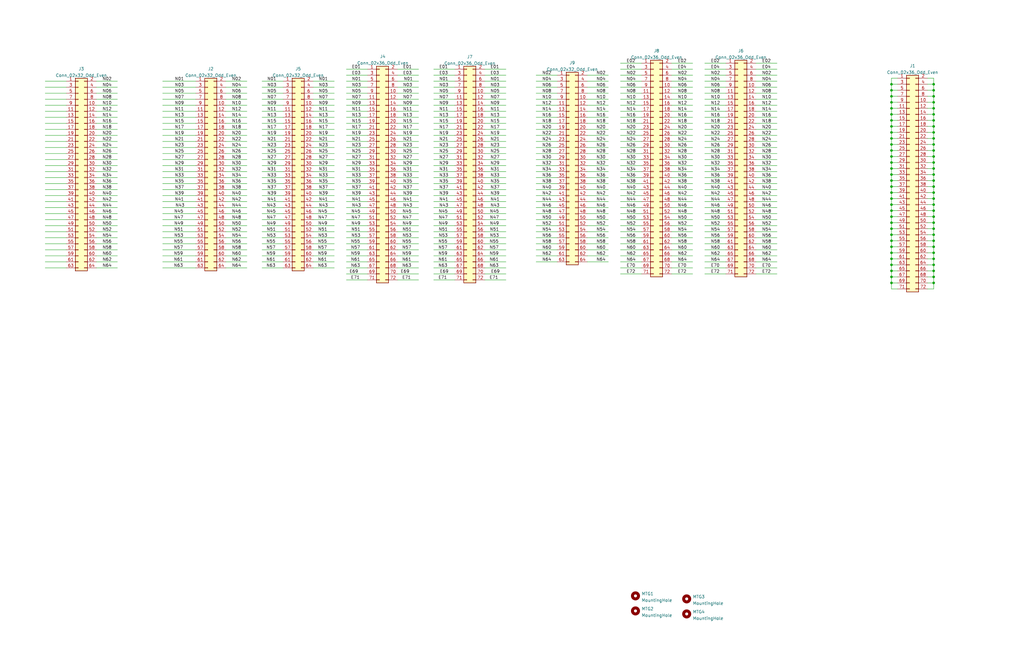
<source format=kicad_sch>
(kicad_sch (version 20211123) (generator eeschema)
  (paper "B")
  (title_block (title "MOD-DIY") (date "2022-10-05") (rev "1"))
  (junction (at 393.7 38.1))
  (junction (at 393.7 96.52))
  (junction (at 375.92 96.52))
  (junction (at 393.7 83.82))
  (junction (at 393.7 48.26))
  (junction (at 375.92 43.18))
  (junction (at 375.92 53.34))
  (junction (at 393.7 50.8))
  (junction (at 375.92 101.6))
  (junction (at 393.7 111.76))
  (junction (at 375.92 81.28))
  (junction (at 375.92 99.06))
  (junction (at 393.7 63.5))
  (junction (at 375.92 86.36))
  (junction (at 375.92 114.3))
  (junction (at 375.92 104.14))
  (junction (at 393.7 99.06))
  (junction (at 393.7 73.66))
  (junction (at 393.7 53.34))
  (junction (at 393.7 88.9))
  (junction (at 375.92 68.58))
  (junction (at 375.92 119.38))
  (junction (at 393.7 66.04))
  (junction (at 393.7 119.38))
  (junction (at 375.92 38.1))
  (junction (at 375.92 109.22))
  (junction (at 375.92 76.2))
  (junction (at 393.7 55.88))
  (junction (at 393.7 60.96))
  (junction (at 375.92 63.5))
  (junction (at 375.92 40.64))
  (junction (at 375.92 106.68))
  (junction (at 393.7 86.36))
  (junction (at 375.92 45.72))
  (junction (at 375.92 66.04))
  (junction (at 375.92 58.42))
  (junction (at 393.7 116.84))
  (junction (at 393.7 81.28))
  (junction (at 393.7 43.18))
  (junction (at 393.7 45.72))
  (junction (at 375.92 50.8))
  (junction (at 375.92 60.96))
  (junction (at 375.92 93.98))
  (junction (at 393.7 109.22))
  (junction (at 375.92 78.74))
  (junction (at 393.7 101.6))
  (junction (at 393.7 93.98))
  (junction (at 393.7 106.68))
  (junction (at 393.7 104.14))
  (junction (at 375.92 55.88))
  (junction (at 375.92 48.26))
  (junction (at 375.92 111.76))
  (junction (at 393.7 58.42))
  (junction (at 375.92 71.12))
  (junction (at 393.7 68.58))
  (junction (at 375.92 35.56))
  (junction (at 375.92 116.84))
  (junction (at 393.7 114.3))
  (junction (at 393.7 71.12))
  (junction (at 393.7 91.44))
  (junction (at 375.92 88.9))
  (junction (at 375.92 83.82))
  (junction (at 375.92 91.44))
  (junction (at 393.7 40.64))
  (junction (at 393.7 76.2))
  (junction (at 393.7 35.56))
  (junction (at 375.92 73.66))
  (junction (at 393.7 78.74))
  (wire (pts (xy 226.06 105.41) (xy 234.95 105.41)))
  (wire (pts (xy 391.16 63.5) (xy 393.7 63.5)))
  (wire (pts (xy 110.49 69.85) (xy 119.38 69.85)))
  (wire (pts (xy 226.06 72.39) (xy 234.95 72.39)))
  (wire (pts (xy 375.92 38.1) (xy 378.46 38.1)))
  (wire (pts (xy 132.08 52.07) (xy 140.97 52.07)))
  (wire (pts (xy 146.05 105.41) (xy 154.94 105.41)))
  (wire (pts (xy 378.46 93.98) (xy 375.92 93.98)))
  (wire (pts (xy 204.47 92.71) (xy 213.36 92.71)))
  (wire (pts (xy 95.25 59.69) (xy 104.14 59.69)))
  (wire (pts (xy 167.64 110.49) (xy 176.53 110.49)))
  (wire (pts (xy 318.77 34.29) (xy 327.66 34.29)))
  (wire (pts (xy 40.64 34.29) (xy 49.53 34.29)))
  (wire (pts (xy 318.77 39.37) (xy 327.66 39.37)))
  (wire (pts (xy 82.55 74.93) (xy 68.58 74.93)))
  (wire (pts (xy 318.77 31.75) (xy 327.66 31.75)))
  (wire (pts (xy 204.47 69.85) (xy 213.36 69.85)))
  (wire (pts (xy 146.05 100.33) (xy 154.94 100.33)))
  (wire (pts (xy 393.7 91.44) (xy 393.7 93.98)))
  (wire (pts (xy 247.65 36.83) (xy 256.54 36.83)))
  (wire (pts (xy 393.7 83.82) (xy 393.7 86.36)))
  (wire (pts (xy 204.47 82.55) (xy 213.36 82.55)))
  (wire (pts (xy 378.46 53.34) (xy 375.92 53.34)))
  (wire (pts (xy 146.05 39.37) (xy 154.94 39.37)))
  (wire (pts (xy 19.05 72.39) (xy 27.94 72.39)))
  (wire (pts (xy 82.55 80.01) (xy 68.58 80.01)))
  (wire (pts (xy 182.88 54.61) (xy 191.77 54.61)))
  (wire (pts (xy 375.92 55.88) (xy 375.92 58.42)))
  (wire (pts (xy 204.47 97.79) (xy 213.36 97.79)))
  (wire (pts (xy 95.25 92.71) (xy 104.14 92.71)))
  (wire (pts (xy 318.77 74.93) (xy 327.66 74.93)))
  (wire (pts (xy 226.06 82.55) (xy 234.95 82.55)))
  (wire (pts (xy 40.64 49.53) (xy 49.53 49.53)))
  (wire (pts (xy 261.62 44.45) (xy 270.51 44.45)))
  (wire (pts (xy 375.92 121.92) (xy 378.46 121.92)))
  (wire (pts (xy 318.77 67.31) (xy 327.66 67.31)))
  (wire (pts (xy 167.64 59.69) (xy 176.53 59.69)))
  (wire (pts (xy 283.21 69.85) (xy 292.1 69.85)))
  (wire (pts (xy 247.65 105.41) (xy 256.54 105.41)))
  (wire (pts (xy 167.64 82.55) (xy 176.53 82.55)))
  (wire (pts (xy 167.64 113.03) (xy 176.53 113.03)))
  (wire (pts (xy 393.7 63.5) (xy 393.7 66.04)))
  (wire (pts (xy 182.88 100.33) (xy 191.77 100.33)))
  (wire (pts (xy 393.7 101.6) (xy 393.7 104.14)))
  (wire (pts (xy 95.25 54.61) (xy 104.14 54.61)))
  (wire (pts (xy 19.05 46.99) (xy 27.94 46.99)))
  (wire (pts (xy 40.64 80.01) (xy 49.53 80.01)))
  (wire (pts (xy 132.08 102.87) (xy 140.97 102.87)))
  (wire (pts (xy 375.92 78.74) (xy 378.46 78.74)))
  (wire (pts (xy 40.64 54.61) (xy 49.53 54.61)))
  (wire (pts (xy 226.06 59.69) (xy 234.95 59.69)))
  (wire (pts (xy 391.16 50.8) (xy 393.7 50.8)))
  (wire (pts (xy 261.62 113.03) (xy 270.51 113.03)))
  (wire (pts (xy 247.65 62.23) (xy 256.54 62.23)))
  (wire (pts (xy 95.25 62.23) (xy 104.14 62.23)))
  (wire (pts (xy 297.18 82.55) (xy 306.07 82.55)))
  (wire (pts (xy 378.46 33.02) (xy 375.92 33.02)))
  (wire (pts (xy 375.92 68.58) (xy 378.46 68.58)))
  (wire (pts (xy 40.64 97.79) (xy 49.53 97.79)))
  (wire (pts (xy 19.05 100.33) (xy 27.94 100.33)))
  (wire (pts (xy 393.7 60.96) (xy 393.7 58.42)))
  (wire (pts (xy 95.25 113.03) (xy 104.14 113.03)))
  (wire (pts (xy 146.05 44.45) (xy 154.94 44.45)))
  (wire (pts (xy 204.47 80.01) (xy 213.36 80.01)))
  (wire (pts (xy 132.08 95.25) (xy 140.97 95.25)))
  (wire (pts (xy 132.08 100.33) (xy 140.97 100.33)))
  (wire (pts (xy 297.18 95.25) (xy 306.07 95.25)))
  (wire (pts (xy 297.18 113.03) (xy 306.07 113.03)))
  (wire (pts (xy 283.21 39.37) (xy 292.1 39.37)))
  (wire (pts (xy 393.7 38.1) (xy 393.7 35.56)))
  (wire (pts (xy 375.92 116.84) (xy 375.92 119.38)))
  (wire (pts (xy 283.21 82.55) (xy 292.1 82.55)))
  (wire (pts (xy 146.05 64.77) (xy 154.94 64.77)))
  (wire (pts (xy 283.21 31.75) (xy 292.1 31.75)))
  (wire (pts (xy 40.64 100.33) (xy 49.53 100.33)))
  (wire (pts (xy 391.16 60.96) (xy 393.7 60.96)))
  (wire (pts (xy 167.64 115.57) (xy 176.53 115.57)))
  (wire (pts (xy 182.88 34.29) (xy 191.77 34.29)))
  (wire (pts (xy 297.18 97.79) (xy 306.07 97.79)))
  (wire (pts (xy 146.05 36.83) (xy 154.94 36.83)))
  (wire (pts (xy 283.21 110.49) (xy 292.1 110.49)))
  (wire (pts (xy 393.7 76.2) (xy 391.16 76.2)))
  (wire (pts (xy 204.47 62.23) (xy 213.36 62.23)))
  (wire (pts (xy 19.05 69.85) (xy 27.94 69.85)))
  (wire (pts (xy 40.64 46.99) (xy 49.53 46.99)))
  (wire (pts (xy 226.06 80.01) (xy 234.95 80.01)))
  (wire (pts (xy 261.62 72.39) (xy 270.51 72.39)))
  (wire (pts (xy 375.92 114.3) (xy 375.92 116.84)))
  (wire (pts (xy 110.49 82.55) (xy 119.38 82.55)))
  (wire (pts (xy 261.62 102.87) (xy 270.51 102.87)))
  (wire (pts (xy 261.62 92.71) (xy 270.51 92.71)))
  (wire (pts (xy 247.65 46.99) (xy 256.54 46.99)))
  (wire (pts (xy 261.62 46.99) (xy 270.51 46.99)))
  (wire (pts (xy 204.47 44.45) (xy 213.36 44.45)))
  (wire (pts (xy 247.65 59.69) (xy 256.54 59.69)))
  (wire (pts (xy 95.25 49.53) (xy 104.14 49.53)))
  (wire (pts (xy 110.49 85.09) (xy 119.38 85.09)))
  (wire (pts (xy 82.55 64.77) (xy 68.58 64.77)))
  (wire (pts (xy 226.06 74.93) (xy 234.95 74.93)))
  (wire (pts (xy 283.21 72.39) (xy 292.1 72.39)))
  (wire (pts (xy 393.7 68.58) (xy 393.7 66.04)))
  (wire (pts (xy 132.08 34.29) (xy 140.97 34.29)))
  (wire (pts (xy 318.77 100.33) (xy 327.66 100.33)))
  (wire (pts (xy 95.25 67.31) (xy 104.14 67.31)))
  (wire (pts (xy 40.64 110.49) (xy 49.53 110.49)))
  (wire (pts (xy 204.47 34.29) (xy 213.36 34.29)))
  (wire (pts (xy 393.7 78.74) (xy 393.7 76.2)))
  (wire (pts (xy 82.55 44.45) (xy 68.58 44.45)))
  (wire (pts (xy 110.49 49.53) (xy 119.38 49.53)))
  (wire (pts (xy 182.88 62.23) (xy 191.77 62.23)))
  (wire (pts (xy 110.49 77.47) (xy 119.38 77.47)))
  (wire (pts (xy 182.88 31.75) (xy 191.77 31.75)))
  (wire (pts (xy 82.55 59.69) (xy 68.58 59.69)))
  (wire (pts (xy 247.65 39.37) (xy 256.54 39.37)))
  (wire (pts (xy 110.49 54.61) (xy 119.38 54.61)))
  (wire (pts (xy 375.92 71.12) (xy 375.92 73.66)))
  (wire (pts (xy 132.08 59.69) (xy 140.97 59.69)))
  (wire (pts (xy 375.92 109.22) (xy 378.46 109.22)))
  (wire (pts (xy 182.88 41.91) (xy 191.77 41.91)))
  (wire (pts (xy 40.64 82.55) (xy 49.53 82.55)))
  (wire (pts (xy 82.55 110.49) (xy 68.58 110.49)))
  (wire (pts (xy 167.64 52.07) (xy 176.53 52.07)))
  (wire (pts (xy 261.62 67.31) (xy 270.51 67.31)))
  (wire (pts (xy 247.65 74.93) (xy 256.54 74.93)))
  (wire (pts (xy 167.64 36.83) (xy 176.53 36.83)))
  (wire (pts (xy 19.05 34.29) (xy 27.94 34.29)))
  (wire (pts (xy 110.49 46.99) (xy 119.38 46.99)))
  (wire (pts (xy 297.18 34.29) (xy 306.07 34.29)))
  (wire (pts (xy 82.55 82.55) (xy 68.58 82.55)))
  (wire (pts (xy 391.16 71.12) (xy 393.7 71.12)))
  (wire (pts (xy 226.06 41.91) (xy 234.95 41.91)))
  (wire (pts (xy 247.65 82.55) (xy 256.54 82.55)))
  (wire (pts (xy 182.88 105.41) (xy 191.77 105.41)))
  (wire (pts (xy 261.62 97.79) (xy 270.51 97.79)))
  (wire (pts (xy 82.55 69.85) (xy 68.58 69.85)))
  (wire (pts (xy 247.65 52.07) (xy 256.54 52.07)))
  (wire (pts (xy 204.47 31.75) (xy 213.36 31.75)))
  (wire (pts (xy 40.64 57.15) (xy 49.53 57.15)))
  (wire (pts (xy 375.92 86.36) (xy 375.92 88.9)))
  (wire (pts (xy 146.05 49.53) (xy 154.94 49.53)))
  (wire (pts (xy 204.47 49.53) (xy 213.36 49.53)))
  (wire (pts (xy 226.06 34.29) (xy 234.95 34.29)))
  (wire (pts (xy 40.64 90.17) (xy 49.53 90.17)))
  (wire (pts (xy 393.7 60.96) (xy 393.7 63.5)))
  (wire (pts (xy 393.7 99.06) (xy 393.7 96.52)))
  (wire (pts (xy 110.49 67.31) (xy 119.38 67.31)))
  (wire (pts (xy 167.64 85.09) (xy 176.53 85.09)))
  (wire (pts (xy 261.62 31.75) (xy 270.51 31.75)))
  (wire (pts (xy 167.64 49.53) (xy 176.53 49.53)))
  (wire (pts (xy 318.77 36.83) (xy 327.66 36.83)))
  (wire (pts (xy 182.88 113.03) (xy 191.77 113.03)))
  (wire (pts (xy 132.08 92.71) (xy 140.97 92.71)))
  (wire (pts (xy 204.47 41.91) (xy 213.36 41.91)))
  (wire (pts (xy 391.16 99.06) (xy 393.7 99.06)))
  (wire (pts (xy 247.65 80.01) (xy 256.54 80.01)))
  (wire (pts (xy 261.62 107.95) (xy 270.51 107.95)))
  (wire (pts (xy 393.7 106.68) (xy 391.16 106.68)))
  (wire (pts (xy 393.7 55.88) (xy 391.16 55.88)))
  (wire (pts (xy 283.21 90.17) (xy 292.1 90.17)))
  (wire (pts (xy 146.05 92.71) (xy 154.94 92.71)))
  (wire (pts (xy 283.21 57.15) (xy 292.1 57.15)))
  (wire (pts (xy 393.7 111.76) (xy 393.7 109.22)))
  (wire (pts (xy 375.92 43.18) (xy 375.92 45.72)))
  (wire (pts (xy 132.08 46.99) (xy 140.97 46.99)))
  (wire (pts (xy 247.65 100.33) (xy 256.54 100.33)))
  (wire (pts (xy 146.05 97.79) (xy 154.94 97.79)))
  (wire (pts (xy 167.64 107.95) (xy 176.53 107.95)))
  (wire (pts (xy 226.06 85.09) (xy 234.95 85.09)))
  (wire (pts (xy 226.06 36.83) (xy 234.95 36.83)))
  (wire (pts (xy 261.62 26.67) (xy 270.51 26.67)))
  (wire (pts (xy 110.49 90.17) (xy 119.38 90.17)))
  (wire (pts (xy 283.21 59.69) (xy 292.1 59.69)))
  (wire (pts (xy 297.18 36.83) (xy 306.07 36.83)))
  (wire (pts (xy 82.55 49.53) (xy 68.58 49.53)))
  (wire (pts (xy 19.05 44.45) (xy 27.94 44.45)))
  (wire (pts (xy 318.77 54.61) (xy 327.66 54.61)))
  (wire (pts (xy 393.7 81.28) (xy 393.7 78.74)))
  (wire (pts (xy 318.77 80.01) (xy 327.66 80.01)))
  (wire (pts (xy 204.47 36.83) (xy 213.36 36.83)))
  (wire (pts (xy 82.55 36.83) (xy 68.58 36.83)))
  (wire (pts (xy 182.88 110.49) (xy 191.77 110.49)))
  (wire (pts (xy 297.18 59.69) (xy 306.07 59.69)))
  (wire (pts (xy 82.55 97.79) (xy 68.58 97.79)))
  (wire (pts (xy 167.64 87.63) (xy 176.53 87.63)))
  (wire (pts (xy 167.64 44.45) (xy 176.53 44.45)))
  (wire (pts (xy 204.47 113.03) (xy 213.36 113.03)))
  (wire (pts (xy 375.92 53.34) (xy 375.92 55.88)))
  (wire (pts (xy 297.18 85.09) (xy 306.07 85.09)))
  (wire (pts (xy 40.64 113.03) (xy 49.53 113.03)))
  (wire (pts (xy 19.05 49.53) (xy 27.94 49.53)))
  (wire (pts (xy 110.49 80.01) (xy 119.38 80.01)))
  (wire (pts (xy 146.05 57.15) (xy 154.94 57.15)))
  (wire (pts (xy 40.64 87.63) (xy 49.53 87.63)))
  (wire (pts (xy 318.77 105.41) (xy 327.66 105.41)))
  (wire (pts (xy 247.65 34.29) (xy 256.54 34.29)))
  (wire (pts (xy 226.06 87.63) (xy 234.95 87.63)))
  (wire (pts (xy 19.05 54.61) (xy 27.94 54.61)))
  (wire (pts (xy 146.05 62.23) (xy 154.94 62.23)))
  (wire (pts (xy 95.25 72.39) (xy 104.14 72.39)))
  (wire (pts (xy 318.77 46.99) (xy 327.66 46.99)))
  (wire (pts (xy 375.92 76.2) (xy 378.46 76.2)))
  (wire (pts (xy 182.88 44.45) (xy 191.77 44.45)))
  (wire (pts (xy 318.77 115.57) (xy 327.66 115.57)))
  (wire (pts (xy 146.05 72.39) (xy 154.94 72.39)))
  (wire (pts (xy 318.77 110.49) (xy 327.66 110.49)))
  (wire (pts (xy 182.88 97.79) (xy 191.77 97.79)))
  (wire (pts (xy 40.64 102.87) (xy 49.53 102.87)))
  (wire (pts (xy 19.05 57.15) (xy 27.94 57.15)))
  (wire (pts (xy 182.88 85.09) (xy 191.77 85.09)))
  (wire (pts (xy 146.05 69.85) (xy 154.94 69.85)))
  (wire (pts (xy 391.16 119.38) (xy 393.7 119.38)))
  (wire (pts (xy 167.64 67.31) (xy 176.53 67.31)))
  (wire (pts (xy 204.47 85.09) (xy 213.36 85.09)))
  (wire (pts (xy 391.16 121.92) (xy 393.7 121.92)))
  (wire (pts (xy 182.88 115.57) (xy 191.77 115.57)))
  (wire (pts (xy 146.05 95.25) (xy 154.94 95.25)))
  (wire (pts (xy 132.08 41.91) (xy 140.97 41.91)))
  (wire (pts (xy 375.92 101.6) (xy 378.46 101.6)))
  (wire (pts (xy 19.05 74.93) (xy 27.94 74.93)))
  (wire (pts (xy 95.25 77.47) (xy 104.14 77.47)))
  (wire (pts (xy 247.65 57.15) (xy 256.54 57.15)))
  (wire (pts (xy 19.05 113.03) (xy 27.94 113.03)))
  (wire (pts (xy 375.92 38.1) (xy 375.92 40.64)))
  (wire (pts (xy 95.25 57.15) (xy 104.14 57.15)))
  (wire (pts (xy 375.92 66.04) (xy 375.92 68.58)))
  (wire (pts (xy 167.64 74.93) (xy 176.53 74.93)))
  (wire (pts (xy 110.49 57.15) (xy 119.38 57.15)))
  (wire (pts (xy 182.88 39.37) (xy 191.77 39.37)))
  (wire (pts (xy 261.62 95.25) (xy 270.51 95.25)))
  (wire (pts (xy 391.16 93.98) (xy 393.7 93.98)))
  (wire (pts (xy 375.92 81.28) (xy 375.92 83.82)))
  (wire (pts (xy 19.05 77.47) (xy 27.94 77.47)))
  (wire (pts (xy 318.77 49.53) (xy 327.66 49.53)))
  (wire (pts (xy 132.08 64.77) (xy 140.97 64.77)))
  (wire (pts (xy 318.77 97.79) (xy 327.66 97.79)))
  (wire (pts (xy 182.88 57.15) (xy 191.77 57.15)))
  (wire (pts (xy 283.21 95.25) (xy 292.1 95.25)))
  (wire (pts (xy 391.16 73.66) (xy 393.7 73.66)))
  (wire (pts (xy 40.64 85.09) (xy 49.53 85.09)))
  (wire (pts (xy 182.88 80.01) (xy 191.77 80.01)))
  (wire (pts (xy 132.08 72.39) (xy 140.97 72.39)))
  (wire (pts (xy 40.64 67.31) (xy 49.53 67.31)))
  (wire (pts (xy 261.62 34.29) (xy 270.51 34.29)))
  (wire (pts (xy 283.21 97.79) (xy 292.1 97.79)))
  (wire (pts (xy 318.77 77.47) (xy 327.66 77.47)))
  (wire (pts (xy 132.08 80.01) (xy 140.97 80.01)))
  (wire (pts (xy 204.47 46.99) (xy 213.36 46.99)))
  (wire (pts (xy 283.21 105.41) (xy 292.1 105.41)))
  (wire (pts (xy 110.49 110.49) (xy 119.38 110.49)))
  (wire (pts (xy 283.21 67.31) (xy 292.1 67.31)))
  (wire (pts (xy 297.18 115.57) (xy 306.07 115.57)))
  (wire (pts (xy 146.05 46.99) (xy 154.94 46.99)))
  (wire (pts (xy 375.92 96.52) (xy 378.46 96.52)))
  (wire (pts (xy 391.16 78.74) (xy 393.7 78.74)))
  (wire (pts (xy 391.16 53.34) (xy 393.7 53.34)))
  (wire (pts (xy 283.21 41.91) (xy 292.1 41.91)))
  (wire (pts (xy 95.25 107.95) (xy 104.14 107.95)))
  (wire (pts (xy 318.77 44.45) (xy 327.66 44.45)))
  (wire (pts (xy 393.7 93.98) (xy 393.7 96.52)))
  (wire (pts (xy 393.7 119.38) (xy 393.7 116.84)))
  (wire (pts (xy 375.92 60.96) (xy 375.92 63.5)))
  (wire (pts (xy 19.05 107.95) (xy 27.94 107.95)))
  (wire (pts (xy 318.77 102.87) (xy 327.66 102.87)))
  (wire (pts (xy 318.77 64.77) (xy 327.66 64.77)))
  (wire (pts (xy 226.06 97.79) (xy 234.95 97.79)))
  (wire (pts (xy 40.64 107.95) (xy 49.53 107.95)))
  (wire (pts (xy 261.62 100.33) (xy 270.51 100.33)))
  (wire (pts (xy 82.55 72.39) (xy 68.58 72.39)))
  (wire (pts (xy 261.62 110.49) (xy 270.51 110.49)))
  (wire (pts (xy 247.65 67.31) (xy 256.54 67.31)))
  (wire (pts (xy 19.05 80.01) (xy 27.94 80.01)))
  (wire (pts (xy 167.64 46.99) (xy 176.53 46.99)))
  (wire (pts (xy 297.18 57.15) (xy 306.07 57.15)))
  (wire (pts (xy 393.7 91.44) (xy 393.7 88.9)))
  (wire (pts (xy 167.64 69.85) (xy 176.53 69.85)))
  (wire (pts (xy 19.05 41.91) (xy 27.94 41.91)))
  (wire (pts (xy 167.64 77.47) (xy 176.53 77.47)))
  (wire (pts (xy 19.05 85.09) (xy 27.94 85.09)))
  (wire (pts (xy 318.77 95.25) (xy 327.66 95.25)))
  (wire (pts (xy 297.18 72.39) (xy 306.07 72.39)))
  (wire (pts (xy 247.65 72.39) (xy 256.54 72.39)))
  (wire (pts (xy 247.65 54.61) (xy 256.54 54.61)))
  (wire (pts (xy 283.21 46.99) (xy 292.1 46.99)))
  (wire (pts (xy 226.06 39.37) (xy 234.95 39.37)))
  (wire (pts (xy 167.64 29.21) (xy 176.53 29.21)))
  (wire (pts (xy 19.05 105.41) (xy 27.94 105.41)))
  (wire (pts (xy 391.16 38.1) (xy 393.7 38.1)))
  (wire (pts (xy 393.7 101.6) (xy 393.7 99.06)))
  (wire (pts (xy 391.16 111.76) (xy 393.7 111.76)))
  (wire (pts (xy 182.88 102.87) (xy 191.77 102.87)))
  (wire (pts (xy 204.47 110.49) (xy 213.36 110.49)))
  (wire (pts (xy 226.06 107.95) (xy 234.95 107.95)))
  (wire (pts (xy 226.06 95.25) (xy 234.95 95.25)))
  (wire (pts (xy 375.92 101.6) (xy 375.92 104.14)))
  (wire (pts (xy 375.92 35.56) (xy 375.92 38.1)))
  (wire (pts (xy 226.06 44.45) (xy 234.95 44.45)))
  (wire (pts (xy 204.47 67.31) (xy 213.36 67.31)))
  (wire (pts (xy 146.05 118.11) (xy 154.94 118.11)))
  (wire (pts (xy 110.49 36.83) (xy 119.38 36.83)))
  (wire (pts (xy 318.77 87.63) (xy 327.66 87.63)))
  (wire (pts (xy 204.47 100.33) (xy 213.36 100.33)))
  (wire (pts (xy 82.55 34.29) (xy 68.58 34.29)))
  (wire (pts (xy 247.65 110.49) (xy 256.54 110.49)))
  (wire (pts (xy 226.06 100.33) (xy 234.95 100.33)))
  (wire (pts (xy 297.18 44.45) (xy 306.07 44.45)))
  (wire (pts (xy 393.7 33.02) (xy 393.7 35.56)))
  (wire (pts (xy 375.92 45.72) (xy 378.46 45.72)))
  (wire (pts (xy 95.25 39.37) (xy 104.14 39.37)))
  (wire (pts (xy 146.05 59.69) (xy 154.94 59.69)))
  (wire (pts (xy 110.49 87.63) (xy 119.38 87.63)))
  (wire (pts (xy 146.05 110.49) (xy 154.94 110.49)))
  (wire (pts (xy 378.46 83.82) (xy 375.92 83.82)))
  (wire (pts (xy 146.05 115.57) (xy 154.94 115.57)))
  (wire (pts (xy 283.21 29.21) (xy 292.1 29.21)))
  (wire (pts (xy 82.55 85.09) (xy 68.58 85.09)))
  (wire (pts (xy 226.06 92.71) (xy 234.95 92.71)))
  (wire (pts (xy 82.55 92.71) (xy 68.58 92.71)))
  (wire (pts (xy 95.25 34.29) (xy 104.14 34.29)))
  (wire (pts (xy 391.16 114.3) (xy 393.7 114.3)))
  (wire (pts (xy 393.7 111.76) (xy 393.7 114.3)))
  (wire (pts (xy 261.62 87.63) (xy 270.51 87.63)))
  (wire (pts (xy 393.7 114.3) (xy 393.7 116.84)))
  (wire (pts (xy 375.92 99.06) (xy 378.46 99.06)))
  (wire (pts (xy 110.49 113.03) (xy 119.38 113.03)))
  (wire (pts (xy 95.25 82.55) (xy 104.14 82.55)))
  (wire (pts (xy 261.62 85.09) (xy 270.51 85.09)))
  (wire (pts (xy 204.47 118.11) (xy 213.36 118.11)))
  (wire (pts (xy 146.05 113.03) (xy 154.94 113.03)))
  (wire (pts (xy 19.05 64.77) (xy 27.94 64.77)))
  (wire (pts (xy 167.64 90.17) (xy 176.53 90.17)))
  (wire (pts (xy 19.05 59.69) (xy 27.94 59.69)))
  (wire (pts (xy 318.77 90.17) (xy 327.66 90.17)))
  (wire (pts (xy 204.47 59.69) (xy 213.36 59.69)))
  (wire (pts (xy 375.92 93.98) (xy 375.92 96.52)))
  (wire (pts (xy 95.25 41.91) (xy 104.14 41.91)))
  (wire (pts (xy 375.92 63.5) (xy 375.92 66.04)))
  (wire (pts (xy 283.21 26.67) (xy 292.1 26.67)))
  (wire (pts (xy 247.65 87.63) (xy 256.54 87.63)))
  (wire (pts (xy 110.49 74.93) (xy 119.38 74.93)))
  (wire (pts (xy 82.55 90.17) (xy 68.58 90.17)))
  (wire (pts (xy 375.92 81.28) (xy 378.46 81.28)))
  (wire (pts (xy 283.21 92.71) (xy 292.1 92.71)))
  (wire (pts (xy 182.88 72.39) (xy 191.77 72.39)))
  (wire (pts (xy 261.62 41.91) (xy 270.51 41.91)))
  (wire (pts (xy 82.55 67.31) (xy 68.58 67.31)))
  (wire (pts (xy 40.64 95.25) (xy 49.53 95.25)))
  (wire (pts (xy 261.62 64.77) (xy 270.51 64.77)))
  (wire (pts (xy 318.77 82.55) (xy 327.66 82.55)))
  (wire (pts (xy 318.77 57.15) (xy 327.66 57.15)))
  (wire (pts (xy 226.06 52.07) (xy 234.95 52.07)))
  (wire (pts (xy 110.49 105.41) (xy 119.38 105.41)))
  (wire (pts (xy 375.92 68.58) (xy 375.92 71.12)))
  (wire (pts (xy 110.49 95.25) (xy 119.38 95.25)))
  (wire (pts (xy 261.62 49.53) (xy 270.51 49.53)))
  (wire (pts (xy 132.08 74.93) (xy 140.97 74.93)))
  (wire (pts (xy 167.64 72.39) (xy 176.53 72.39)))
  (wire (pts (xy 110.49 107.95) (xy 119.38 107.95)))
  (wire (pts (xy 393.7 88.9) (xy 393.7 86.36)))
  (wire (pts (xy 110.49 72.39) (xy 119.38 72.39)))
  (wire (pts (xy 375.92 33.02) (xy 375.92 35.56)))
  (wire (pts (xy 40.64 59.69) (xy 49.53 59.69)))
  (wire (pts (xy 95.25 46.99) (xy 104.14 46.99)))
  (wire (pts (xy 391.16 81.28) (xy 393.7 81.28)))
  (wire (pts (xy 375.92 48.26) (xy 378.46 48.26)))
  (wire (pts (xy 297.18 26.67) (xy 306.07 26.67)))
  (wire (pts (xy 19.05 62.23) (xy 27.94 62.23)))
  (wire (pts (xy 110.49 41.91) (xy 119.38 41.91)))
  (wire (pts (xy 167.64 100.33) (xy 176.53 100.33)))
  (wire (pts (xy 132.08 62.23) (xy 140.97 62.23)))
  (wire (pts (xy 283.21 36.83) (xy 292.1 36.83)))
  (wire (pts (xy 182.88 67.31) (xy 191.77 67.31)))
  (wire (pts (xy 375.92 106.68) (xy 375.92 109.22)))
  (wire (pts (xy 261.62 69.85) (xy 270.51 69.85)))
  (wire (pts (xy 146.05 31.75) (xy 154.94 31.75)))
  (wire (pts (xy 204.47 64.77) (xy 213.36 64.77)))
  (wire (pts (xy 297.18 100.33) (xy 306.07 100.33)))
  (wire (pts (xy 261.62 77.47) (xy 270.51 77.47)))
  (wire (pts (xy 40.64 44.45) (xy 49.53 44.45)))
  (wire (pts (xy 393.7 50.8) (xy 393.7 53.34)))
  (wire (pts (xy 375.92 40.64) (xy 378.46 40.64)))
  (wire (pts (xy 391.16 109.22) (xy 393.7 109.22)))
  (wire (pts (xy 146.05 54.61) (xy 154.94 54.61)))
  (wire (pts (xy 318.77 41.91) (xy 327.66 41.91)))
  (wire (pts (xy 261.62 29.21) (xy 270.51 29.21)))
  (wire (pts (xy 297.18 39.37) (xy 306.07 39.37)))
  (wire (pts (xy 132.08 57.15) (xy 140.97 57.15)))
  (wire (pts (xy 318.77 107.95) (xy 327.66 107.95)))
  (wire (pts (xy 110.49 44.45) (xy 119.38 44.45)))
  (wire (pts (xy 297.18 41.91) (xy 306.07 41.91)))
  (wire (pts (xy 375.92 104.14) (xy 375.92 106.68)))
  (wire (pts (xy 95.25 102.87) (xy 104.14 102.87)))
  (wire (pts (xy 167.64 41.91) (xy 176.53 41.91)))
  (wire (pts (xy 82.55 46.99) (xy 68.58 46.99)))
  (wire (pts (xy 247.65 90.17) (xy 256.54 90.17)))
  (wire (pts (xy 182.88 69.85) (xy 191.77 69.85)))
  (wire (pts (xy 375.92 99.06) (xy 375.92 101.6)))
  (wire (pts (xy 378.46 73.66) (xy 375.92 73.66)))
  (wire (pts (xy 82.55 41.91) (xy 68.58 41.91)))
  (wire (pts (xy 146.05 29.21) (xy 154.94 29.21)))
  (wire (pts (xy 375.92 109.22) (xy 375.92 111.76)))
  (wire (pts (xy 182.88 82.55) (xy 191.77 82.55)))
  (wire (pts (xy 204.47 95.25) (xy 213.36 95.25)))
  (wire (pts (xy 110.49 100.33) (xy 119.38 100.33)))
  (wire (pts (xy 19.05 36.83) (xy 27.94 36.83)))
  (wire (pts (xy 182.88 49.53) (xy 191.77 49.53)))
  (wire (pts (xy 226.06 31.75) (xy 234.95 31.75)))
  (wire (pts (xy 95.25 85.09) (xy 104.14 85.09)))
  (wire (pts (xy 95.25 95.25) (xy 104.14 95.25)))
  (wire (pts (xy 283.21 44.45) (xy 292.1 44.45)))
  (wire (pts (xy 226.06 77.47) (xy 234.95 77.47)))
  (wire (pts (xy 297.18 80.01) (xy 306.07 80.01)))
  (wire (pts (xy 110.49 39.37) (xy 119.38 39.37)))
  (wire (pts (xy 297.18 74.93) (xy 306.07 74.93)))
  (wire (pts (xy 82.55 87.63) (xy 68.58 87.63)))
  (wire (pts (xy 95.25 100.33) (xy 104.14 100.33)))
  (wire (pts (xy 182.88 59.69) (xy 191.77 59.69)))
  (wire (pts (xy 95.25 36.83) (xy 104.14 36.83)))
  (wire (pts (xy 375.92 119.38) (xy 375.92 121.92)))
  (wire (pts (xy 204.47 52.07) (xy 213.36 52.07)))
  (wire (pts (xy 283.21 77.47) (xy 292.1 77.47)))
  (wire (pts (xy 167.64 64.77) (xy 176.53 64.77)))
  (wire (pts (xy 110.49 34.29) (xy 119.38 34.29)))
  (wire (pts (xy 95.25 110.49) (xy 104.14 110.49)))
  (wire (pts (xy 167.64 102.87) (xy 176.53 102.87)))
  (wire (pts (xy 391.16 43.18) (xy 393.7 43.18)))
  (wire (pts (xy 375.92 88.9) (xy 378.46 88.9)))
  (wire (pts (xy 132.08 87.63) (xy 140.97 87.63)))
  (wire (pts (xy 167.64 95.25) (xy 176.53 95.25)))
  (wire (pts (xy 261.62 115.57) (xy 270.51 115.57)))
  (wire (pts (xy 182.88 52.07) (xy 191.77 52.07)))
  (wire (pts (xy 378.46 63.5) (xy 375.92 63.5)))
  (wire (pts (xy 204.47 87.63) (xy 213.36 87.63)))
  (wire (pts (xy 283.21 100.33) (xy 292.1 100.33)))
  (wire (pts (xy 40.64 77.47) (xy 49.53 77.47)))
  (wire (pts (xy 167.64 118.11) (xy 176.53 118.11)))
  (wire (pts (xy 297.18 54.61) (xy 306.07 54.61)))
  (wire (pts (xy 167.64 62.23) (xy 176.53 62.23)))
  (wire (pts (xy 283.21 107.95) (xy 292.1 107.95)))
  (wire (pts (xy 204.47 39.37) (xy 213.36 39.37)))
  (wire (pts (xy 226.06 46.99) (xy 234.95 46.99)))
  (wire (pts (xy 297.18 52.07) (xy 306.07 52.07)))
  (wire (pts (xy 283.21 74.93) (xy 292.1 74.93)))
  (wire (pts (xy 375.92 119.38) (xy 378.46 119.38)))
  (wire (pts (xy 226.06 90.17) (xy 234.95 90.17)))
  (wire (pts (xy 110.49 102.87) (xy 119.38 102.87)))
  (wire (pts (xy 393.7 116.84) (xy 391.16 116.84)))
  (wire (pts (xy 375.92 111.76) (xy 378.46 111.76)))
  (wire (pts (xy 82.55 107.95) (xy 68.58 107.95)))
  (wire (pts (xy 297.18 69.85) (xy 306.07 69.85)))
  (wire (pts (xy 204.47 115.57) (xy 213.36 115.57)))
  (wire (pts (xy 247.65 69.85) (xy 256.54 69.85)))
  (wire (pts (xy 375.92 86.36) (xy 378.46 86.36)))
  (wire (pts (xy 261.62 52.07) (xy 270.51 52.07)))
  (wire (pts (xy 393.7 53.34) (xy 393.7 55.88)))
  (wire (pts (xy 283.21 54.61) (xy 292.1 54.61)))
  (wire (pts (xy 375.92 88.9) (xy 375.92 91.44)))
  (wire (pts (xy 40.64 52.07) (xy 49.53 52.07)))
  (wire (pts (xy 375.92 106.68) (xy 378.46 106.68)))
  (wire (pts (xy 297.18 87.63) (xy 306.07 87.63)))
  (wire (pts (xy 40.64 39.37) (xy 49.53 39.37)))
  (wire (pts (xy 132.08 90.17) (xy 140.97 90.17)))
  (wire (pts (xy 19.05 102.87) (xy 27.94 102.87)))
  (wire (pts (xy 82.55 54.61) (xy 68.58 54.61)))
  (wire (pts (xy 391.16 33.02) (xy 393.7 33.02)))
  (wire (pts (xy 375.92 66.04) (xy 378.46 66.04)))
  (wire (pts (xy 318.77 62.23) (xy 327.66 62.23)))
  (wire (pts (xy 283.21 52.07) (xy 292.1 52.07)))
  (wire (pts (xy 391.16 91.44) (xy 393.7 91.44)))
  (wire (pts (xy 182.88 46.99) (xy 191.77 46.99)))
  (wire (pts (xy 182.88 29.21) (xy 191.77 29.21)))
  (wire (pts (xy 391.16 68.58) (xy 393.7 68.58)))
  (wire (pts (xy 132.08 85.09) (xy 140.97 85.09)))
  (wire (pts (xy 132.08 105.41) (xy 140.97 105.41)))
  (wire (pts (xy 40.64 41.91) (xy 49.53 41.91)))
  (wire (pts (xy 393.7 35.56) (xy 391.16 35.56)))
  (wire (pts (xy 297.18 64.77) (xy 306.07 64.77)))
  (wire (pts (xy 375.92 111.76) (xy 375.92 114.3)))
  (wire (pts (xy 95.25 87.63) (xy 104.14 87.63)))
  (wire (pts (xy 132.08 49.53) (xy 140.97 49.53)))
  (wire (pts (xy 261.62 57.15) (xy 270.51 57.15)))
  (wire (pts (xy 182.88 64.77) (xy 191.77 64.77)))
  (wire (pts (xy 146.05 41.91) (xy 154.94 41.91)))
  (wire (pts (xy 19.05 82.55) (xy 27.94 82.55)))
  (wire (pts (xy 226.06 69.85) (xy 234.95 69.85)))
  (wire (pts (xy 19.05 92.71) (xy 27.94 92.71)))
  (wire (pts (xy 247.65 77.47) (xy 256.54 77.47)))
  (wire (pts (xy 297.18 49.53) (xy 306.07 49.53)))
  (wire (pts (xy 226.06 57.15) (xy 234.95 57.15)))
  (wire (pts (xy 375.92 76.2) (xy 375.92 78.74)))
  (wire (pts (xy 95.25 74.93) (xy 104.14 74.93)))
  (wire (pts (xy 297.18 90.17) (xy 306.07 90.17)))
  (wire (pts (xy 146.05 77.47) (xy 154.94 77.47)))
  (wire (pts (xy 393.7 96.52) (xy 391.16 96.52)))
  (wire (pts (xy 110.49 52.07) (xy 119.38 52.07)))
  (wire (pts (xy 110.49 97.79) (xy 119.38 97.79)))
  (wire (pts (xy 146.05 52.07) (xy 154.94 52.07)))
  (wire (pts (xy 297.18 110.49) (xy 306.07 110.49)))
  (wire (pts (xy 283.21 62.23) (xy 292.1 62.23)))
  (wire (pts (xy 146.05 34.29) (xy 154.94 34.29)))
  (wire (pts (xy 95.25 44.45) (xy 104.14 44.45)))
  (wire (pts (xy 297.18 29.21) (xy 306.07 29.21)))
  (wire (pts (xy 375.92 73.66) (xy 375.92 76.2)))
  (wire (pts (xy 375.92 50.8) (xy 378.46 50.8)))
  (wire (pts (xy 19.05 52.07) (xy 27.94 52.07)))
  (wire (pts (xy 391.16 40.64) (xy 393.7 40.64)))
  (wire (pts (xy 40.64 62.23) (xy 49.53 62.23)))
  (wire (pts (xy 182.88 118.11) (xy 191.77 118.11)))
  (wire (pts (xy 167.64 34.29) (xy 176.53 34.29)))
  (wire (pts (xy 146.05 102.87) (xy 154.94 102.87)))
  (wire (pts (xy 393.7 121.92) (xy 393.7 119.38)))
  (wire (pts (xy 167.64 97.79) (xy 176.53 97.79)))
  (wire (pts (xy 182.88 95.25) (xy 191.77 95.25)))
  (wire (pts (xy 82.55 105.41) (xy 68.58 105.41)))
  (wire (pts (xy 146.05 90.17) (xy 154.94 90.17)))
  (wire (pts (xy 204.47 57.15) (xy 213.36 57.15)))
  (wire (pts (xy 146.05 82.55) (xy 154.94 82.55)))
  (wire (pts (xy 146.05 107.95) (xy 154.94 107.95)))
  (wire (pts (xy 146.05 74.93) (xy 154.94 74.93)))
  (wire (pts (xy 393.7 86.36) (xy 391.16 86.36)))
  (wire (pts (xy 391.16 58.42) (xy 393.7 58.42)))
  (wire (pts (xy 182.88 36.83) (xy 191.77 36.83)))
  (wire (pts (xy 146.05 80.01) (xy 154.94 80.01)))
  (wire (pts (xy 261.62 82.55) (xy 270.51 82.55)))
  (wire (pts (xy 204.47 107.95) (xy 213.36 107.95)))
  (wire (pts (xy 182.88 74.93) (xy 191.77 74.93)))
  (wire (pts (xy 393.7 73.66) (xy 393.7 76.2)))
  (wire (pts (xy 318.77 52.07) (xy 327.66 52.07)))
  (wire (pts (xy 204.47 74.93) (xy 213.36 74.93)))
  (wire (pts (xy 297.18 77.47) (xy 306.07 77.47)))
  (wire (pts (xy 95.25 97.79) (xy 104.14 97.79)))
  (wire (pts (xy 375.92 55.88) (xy 378.46 55.88)))
  (wire (pts (xy 167.64 39.37) (xy 176.53 39.37)))
  (wire (pts (xy 132.08 107.95) (xy 140.97 107.95)))
  (wire (pts (xy 226.06 54.61) (xy 234.95 54.61)))
  (wire (pts (xy 283.21 80.01) (xy 292.1 80.01)))
  (wire (pts (xy 167.64 105.41) (xy 176.53 105.41)))
  (wire (pts (xy 19.05 87.63) (xy 27.94 87.63)))
  (wire (pts (xy 391.16 88.9) (xy 393.7 88.9)))
  (wire (pts (xy 95.25 90.17) (xy 104.14 90.17)))
  (wire (pts (xy 226.06 67.31) (xy 234.95 67.31)))
  (wire (pts (xy 297.18 107.95) (xy 306.07 107.95)))
  (wire (pts (xy 146.05 85.09) (xy 154.94 85.09)))
  (wire (pts (xy 393.7 71.12) (xy 393.7 68.58)))
  (wire (pts (xy 283.21 102.87) (xy 292.1 102.87)))
  (wire (pts (xy 393.7 48.26) (xy 393.7 45.72)))
  (wire (pts (xy 393.7 40.64) (xy 393.7 38.1)))
  (wire (pts (xy 19.05 39.37) (xy 27.94 39.37)))
  (wire (pts (xy 40.64 64.77) (xy 49.53 64.77)))
  (wire (pts (xy 19.05 97.79) (xy 27.94 97.79)))
  (wire (pts (xy 95.25 64.77) (xy 104.14 64.77)))
  (wire (pts (xy 283.21 87.63) (xy 292.1 87.63)))
  (wire (pts (xy 82.55 95.25) (xy 68.58 95.25)))
  (wire (pts (xy 393.7 58.42) (xy 393.7 55.88)))
  (wire (pts (xy 110.49 62.23) (xy 119.38 62.23)))
  (wire (pts (xy 318.77 85.09) (xy 327.66 85.09)))
  (wire (pts (xy 167.64 54.61) (xy 176.53 54.61)))
  (wire (pts (xy 146.05 87.63) (xy 154.94 87.63)))
  (wire (pts (xy 40.64 36.83) (xy 49.53 36.83)))
  (wire (pts (xy 375.92 48.26) (xy 375.92 50.8)))
  (wire (pts (xy 82.55 52.07) (xy 68.58 52.07)))
  (wire (pts (xy 297.18 31.75) (xy 306.07 31.75)))
  (wire (pts (xy 182.88 87.63) (xy 191.77 87.63)))
  (wire (pts (xy 182.88 77.47) (xy 191.77 77.47)))
  (wire (pts (xy 19.05 95.25) (xy 27.94 95.25)))
  (wire (pts (xy 378.46 43.18) (xy 375.92 43.18)))
  (wire (pts (xy 297.18 46.99) (xy 306.07 46.99)))
  (wire (pts (xy 247.65 31.75) (xy 256.54 31.75)))
  (wire (pts (xy 226.06 49.53) (xy 234.95 49.53)))
  (wire (pts (xy 247.65 102.87) (xy 256.54 102.87)))
  (wire (pts (xy 167.64 57.15) (xy 176.53 57.15)))
  (wire (pts (xy 393.7 43.18) (xy 393.7 45.72)))
  (wire (pts (xy 110.49 92.71) (xy 119.38 92.71)))
  (wire (pts (xy 132.08 54.61) (xy 140.97 54.61)))
  (wire (pts (xy 283.21 34.29) (xy 292.1 34.29)))
  (wire (pts (xy 82.55 39.37) (xy 68.58 39.37)))
  (wire (pts (xy 283.21 113.03) (xy 292.1 113.03)))
  (wire (pts (xy 167.64 92.71) (xy 176.53 92.71)))
  (wire (pts (xy 375.92 91.44) (xy 375.92 93.98)))
  (wire (pts (xy 110.49 64.77) (xy 119.38 64.77)))
  (wire (pts (xy 95.25 52.07) (xy 104.14 52.07)))
  (wire (pts (xy 204.47 29.21) (xy 213.36 29.21)))
  (wire (pts (xy 393.7 66.04) (xy 391.16 66.04)))
  (wire (pts (xy 226.06 102.87) (xy 234.95 102.87)))
  (wire (pts (xy 318.77 59.69) (xy 327.66 59.69)))
  (wire (pts (xy 261.62 74.93) (xy 270.51 74.93)))
  (wire (pts (xy 247.65 49.53) (xy 256.54 49.53)))
  (wire (pts (xy 318.77 113.03) (xy 327.66 113.03)))
  (wire (pts (xy 132.08 97.79) (xy 140.97 97.79)))
  (wire (pts (xy 375.92 35.56) (xy 378.46 35.56)))
  (wire (pts (xy 297.18 105.41) (xy 306.07 105.41)))
  (wire (pts (xy 375.92 91.44) (xy 378.46 91.44)))
  (wire (pts (xy 226.06 110.49) (xy 234.95 110.49)))
  (wire (pts (xy 393.7 50.8) (xy 393.7 48.26)))
  (wire (pts (xy 261.62 59.69) (xy 270.51 59.69)))
  (wire (pts (xy 375.92 116.84) (xy 378.46 116.84)))
  (wire (pts (xy 132.08 82.55) (xy 140.97 82.55)))
  (wire (pts (xy 375.92 50.8) (xy 375.92 53.34)))
  (wire (pts (xy 247.65 95.25) (xy 256.54 95.25)))
  (wire (pts (xy 283.21 115.57) (xy 292.1 115.57)))
  (wire (pts (xy 261.62 62.23) (xy 270.51 62.23)))
  (wire (pts (xy 226.06 62.23) (xy 234.95 62.23)))
  (wire (pts (xy 297.18 67.31) (xy 306.07 67.31)))
  (wire (pts (xy 204.47 102.87) (xy 213.36 102.87)))
  (wire (pts (xy 247.65 85.09) (xy 256.54 85.09)))
  (wire (pts (xy 247.65 107.95) (xy 256.54 107.95)))
  (wire (pts (xy 40.64 72.39) (xy 49.53 72.39)))
  (wire (pts (xy 82.55 113.03) (xy 68.58 113.03)))
  (wire (pts (xy 283.21 64.77) (xy 292.1 64.77)))
  (wire (pts (xy 132.08 110.49) (xy 140.97 110.49)))
  (wire (pts (xy 393.7 45.72) (xy 391.16 45.72)))
  (wire (pts (xy 375.92 45.72) (xy 375.92 48.26)))
  (wire (pts (xy 393.7 71.12) (xy 393.7 73.66)))
  (wire (pts (xy 391.16 104.14) (xy 393.7 104.14)))
  (wire (pts (xy 167.64 80.01) (xy 176.53 80.01)))
  (wire (pts (xy 375.92 71.12) (xy 378.46 71.12)))
  (wire (pts (xy 375.92 58.42) (xy 378.46 58.42)))
  (wire (pts (xy 182.88 107.95) (xy 191.77 107.95)))
  (wire (pts (xy 132.08 69.85) (xy 140.97 69.85)))
  (wire (pts (xy 132.08 67.31) (xy 140.97 67.31)))
  (wire (pts (xy 19.05 67.31) (xy 27.94 67.31)))
  (wire (pts (xy 318.77 69.85) (xy 327.66 69.85)))
  (wire (pts (xy 318.77 92.71) (xy 327.66 92.71)))
  (wire (pts (xy 375.92 78.74) (xy 375.92 81.28)))
  (wire (pts (xy 318.77 29.21) (xy 327.66 29.21)))
  (wire (pts (xy 132.08 113.03) (xy 140.97 113.03)))
  (wire (pts (xy 393.7 40.64) (xy 393.7 43.18)))
  (wire (pts (xy 261.62 105.41) (xy 270.51 105.41)))
  (wire (pts (xy 375.92 60.96) (xy 378.46 60.96)))
  (wire (pts (xy 40.64 92.71) (xy 49.53 92.71)))
  (wire (pts (xy 297.18 62.23) (xy 306.07 62.23)))
  (wire (pts (xy 247.65 44.45) (xy 256.54 44.45)))
  (wire (pts (xy 82.55 62.23) (xy 68.58 62.23)))
  (wire (pts (xy 393.7 104.14) (xy 393.7 106.68)))
  (wire (pts (xy 375.92 96.52) (xy 375.92 99.06)))
  (wire (pts (xy 247.65 92.71) (xy 256.54 92.71)))
  (wire (pts (xy 40.64 69.85) (xy 49.53 69.85)))
  (wire (pts (xy 95.25 80.01) (xy 104.14 80.01)))
  (wire (pts (xy 283.21 85.09) (xy 292.1 85.09)))
  (wire (pts (xy 19.05 90.17) (xy 27.94 90.17)))
  (wire (pts (xy 226.06 64.77) (xy 234.95 64.77)))
  (wire (pts (xy 375.92 40.64) (xy 375.92 43.18)))
  (wire (pts (xy 318.77 26.67) (xy 327.66 26.67)))
  (wire (pts (xy 318.77 72.39) (xy 327.66 72.39)))
  (wire (pts (xy 82.55 77.47) (xy 68.58 77.47)))
  (wire (pts (xy 204.47 54.61) (xy 213.36 54.61)))
  (wire (pts (xy 391.16 48.26) (xy 393.7 48.26)))
  (wire (pts (xy 204.47 90.17) (xy 213.36 90.17)))
  (wire (pts (xy 247.65 41.91) (xy 256.54 41.91)))
  (wire (pts (xy 82.55 57.15) (xy 68.58 57.15)))
  (wire (pts (xy 40.64 105.41) (xy 49.53 105.41)))
  (wire (pts (xy 375.92 83.82) (xy 375.92 86.36)))
  (wire (pts (xy 19.05 110.49) (xy 27.94 110.49)))
  (wire (pts (xy 283.21 49.53) (xy 292.1 49.53)))
  (wire (pts (xy 297.18 102.87) (xy 306.07 102.87)))
  (wire (pts (xy 204.47 72.39) (xy 213.36 72.39)))
  (wire (pts (xy 261.62 90.17) (xy 270.51 90.17)))
  (wire (pts (xy 95.25 105.41) (xy 104.14 105.41)))
  (wire (pts (xy 95.25 69.85) (xy 104.14 69.85)))
  (wire (pts (xy 132.08 44.45) (xy 140.97 44.45)))
  (wire (pts (xy 204.47 105.41) (xy 213.36 105.41)))
  (wire (pts (xy 247.65 64.77) (xy 256.54 64.77)))
  (wire (pts (xy 110.49 59.69) (xy 119.38 59.69)))
  (wire (pts (xy 297.18 92.71) (xy 306.07 92.71)))
  (wire (pts (xy 132.08 36.83) (xy 140.97 36.83)))
  (wire (pts (xy 378.46 114.3) (xy 375.92 114.3)))
  (wire (pts (xy 182.88 92.71) (xy 191.77 92.71)))
  (wire (pts (xy 82.55 102.87) (xy 68.58 102.87)))
  (wire (pts (xy 375.92 58.42) (xy 375.92 60.96)))
  (wire (pts (xy 391.16 101.6) (xy 393.7 101.6)))
  (wire (pts (xy 261.62 54.61) (xy 270.51 54.61)))
  (wire (pts (xy 182.88 90.17) (xy 191.77 90.17)))
  (wire (pts (xy 204.47 77.47) (xy 213.36 77.47)))
  (wire (pts (xy 132.08 39.37) (xy 140.97 39.37)))
  (wire (pts (xy 393.7 81.28) (xy 393.7 83.82)))
  (wire (pts (xy 40.64 74.93) (xy 49.53 74.93)))
  (wire (pts (xy 132.08 77.47) (xy 140.97 77.47)))
  (wire (pts (xy 167.64 31.75) (xy 176.53 31.75)))
  (wire (pts (xy 247.65 97.79) (xy 256.54 97.79)))
  (wire (pts (xy 261.62 39.37) (xy 270.51 39.37)))
  (wire (pts (xy 378.46 104.14) (xy 375.92 104.14)))
  (wire (pts (xy 82.55 100.33) (xy 68.58 100.33)))
  (wire (pts (xy 261.62 80.01) (xy 270.51 80.01)))
  (wire (pts (xy 261.62 36.83) (xy 270.51 36.83)))
  (wire (pts (xy 391.16 83.82) (xy 393.7 83.82)))
  (wire (pts (xy 146.05 67.31) (xy 154.94 67.31)))
  (wire (pts (xy 393.7 109.22) (xy 393.7 106.68)))
  (label "N27" (at 169.926 67.31 0))
  (label "N18" (at 285.75 52.07 0))
  (label "N02" (at 251.46 31.75 0))
  (label "N44" (at 321.31 85.09 0))
  (label "N23" (at 73.66 62.23 0))
  (label "N26" (at 299.72 62.23 0))
  (label "N19" (at 169.926 57.15 0))
  (label "N14" (at 264.16 46.99 0))
  (label "N38" (at 228.6 77.47 0))
  (label "N50" (at 264.16 92.71 0))
  (label "N12" (at 228.6 44.45 0))
  (label "N21" (at 112.649 59.69 0))
  (label "N04" (at 321.31 34.29 0))
  (label "N57" (at 147.955 105.41 0))
  (label "N64" (at 321.31 110.49 0))
  (label "N26" (at 97.79 64.77 0))
  (label "N11" (at 206.756 46.99 0))
  (label "N13" (at 169.926 49.53 0))
  (label "N49" (at 184.912 95.25 0))
  (label "N35" (at 169.926 77.47 0))
  (label "N28" (at 43.18 67.31 0))
  (label "N51" (at 73.406 97.79 0))
  (label "N64" (at 299.72 110.49 0))
  (label "N18" (at 43.18 54.61 0))
  (label "N29" (at 112.649 69.85 0))
  (label "N25" (at 73.66 64.77 0))
  (label "N34" (at 321.31 72.39 0))
  (label "N13" (at 134.366 49.53 0))
  (label "N33" (at 73.66 74.93 0))
  (label "N41" (at 169.926 85.09 0))
  (label "N24" (at 251.46 59.69 0))
  (label "N55" (at 184.785 102.87 0))
  (label "N58" (at 228.6 102.87 0))
  (label "N56" (at 264.16 100.33 0))
  (label "N59" (at 73.279 107.95 0))
  (label "N21" (at 148.336 59.69 0))
  (label "N37" (at 206.756 80.01 0))
  (label "N21" (at 206.756 59.69 0))
  (label "N08" (at 264.16 39.37 0))
  (label "N52" (at 285.75 95.25 0))
  (label "N03" (at 185.166 36.83 0))
  (label "N54" (at 97.79 100.33 0))
  (label "N18" (at 264.16 52.07 0))
  (label "N52" (at 97.79 97.79 0))
  (label "N04" (at 264.16 34.29 0))
  (label "N34" (at 251.46 72.39 0))
  (label "N44" (at 264.16 85.09 0))
  (label "N07" (at 112.649 41.91 0))
  (label "N51" (at 148.082 97.79 0))
  (label "N28" (at 285.75 64.77 0))
  (label "N16" (at 43.18 52.07 0))
  (label "N07" (at 148.336 41.91 0))
  (label "N39" (at 73.66 82.55 0))
  (label "N62" (at 264.16 107.95 0))
  (label "N01" (at 73.66 34.29 0))
  (label "N61" (at 206.375 110.49 0))
  (label "N39" (at 206.756 82.55 0))
  (label "N18" (at 321.31 52.07 0))
  (label "N54" (at 264.16 97.79 0))
  (label "N60" (at 285.75 105.41 0))
  (label "N06" (at 321.31 36.83 0))
  (label "N64" (at 264.16 110.49 0))
  (label "N22" (at 321.31 57.15 0))
  (label "N28" (at 251.46 64.77 0))
  (label "N56" (at 43.18 102.87 0))
  (label "N32" (at 285.75 69.85 0))
  (label "N17" (at 206.756 54.61 0))
  (label "N20" (at 264.16 54.61 0))
  (label "N03" (at 169.926 36.83 0))
  (label "N01" (at 134.366 34.29 0))
  (label "N45" (at 148.082 90.17 0))
  (label "N28" (at 299.72 64.77 0))
  (label "N15" (at 148.336 52.07 0))
  (label "N42" (at 97.79 85.09 0))
  (label "N08" (at 321.31 39.37 0))
  (label "N02" (at 321.31 31.75 0))
  (label "N30" (at 97.79 69.85 0))
  (label "N49" (at 134.112 95.25 0))
  (label "N14" (at 228.6 46.99 0))
  (label "N04" (at 228.6 34.29 0))
  (label "N25" (at 185.166 64.77 0))
  (label "N41" (at 148.336 85.09 0))
  (label "N05" (at 148.336 39.37 0))
  (label "E70" (at 264.16 113.03 0))
  (label "N43" (at 206.756 87.63 0))
  (label "N38" (at 285.75 77.47 0))
  (label "N02" (at 228.6 31.75 0))
  (label "N33" (at 134.366 74.93 0))
  (label "N11" (at 112.649 46.99 0))
  (label "N54" (at 299.72 97.79 0))
  (label "N47" (at 112.395 92.71 0))
  (label "N24" (at 299.72 59.69 0))
  (label "N21" (at 73.66 59.69 0))
  (label "N36" (at 228.6 74.93 0))
  (label "N07" (at 169.926 41.91 0))
  (label "N05" (at 206.756 39.37 0))
  (label "N37" (at 185.166 80.01 0))
  (label "N51" (at 169.672 97.79 0))
  (label "N03" (at 73.66 36.83 0))
  (label "N01" (at 170.18 34.29 0))
  (label "N40" (at 264.16 80.01 0))
  (label "N33" (at 148.336 74.93 0))
  (label "N31" (at 206.756 72.39 0))
  (label "N30" (at 228.6 67.31 0))
  (label "N30" (at 321.31 67.31 0))
  (label "N07" (at 73.66 41.91 0))
  (label "N61" (at 73.279 110.49 0))
  (label "N14" (at 321.31 46.99 0))
  (label "N55" (at 147.955 102.87 0))
  (label "N51" (at 134.112 97.79 0))
  (label "N61" (at 147.955 110.49 0))
  (label "N52" (at 299.72 95.25 0))
  (label "N57" (at 169.545 105.41 0))
  (label "N02" (at 43.18 34.29 0))
  (label "N10" (at 43.18 44.45 0))
  (label "E02" (at 321.31 26.67 0))
  (label "N31" (at 112.649 72.39 0))
  (label "E70" (at 321.31 113.03 0))
  (label "N43" (at 185.166 87.63 0))
  (label "N50" (at 228.6 92.71 0))
  (label "N62" (at 321.31 107.95 0))
  (label "N60" (at 321.31 105.41 0))
  (label "N12" (at 97.79 46.99 0))
  (label "N14" (at 43.18 49.53 0))
  (label "N34" (at 43.18 74.93 0))
  (label "N05" (at 134.366 39.37 0))
  (label "N56" (at 321.31 100.33 0))
  (label "N13" (at 73.66 49.53 0))
  (label "N53" (at 112.395 100.33 0))
  (label "N63" (at 169.545 113.03 0))
  (label "N54" (at 285.75 97.79 0))
  (label "N52" (at 251.46 95.25 0))
  (label "N35" (at 148.336 77.47 0))
  (label "N09" (at 73.66 44.45 0))
  (label "N33" (at 206.756 74.93 0))
  (label "N03" (at 148.336 36.83 0))
  (label "E70" (at 285.75 113.03 0))
  (label "N60" (at 228.6 105.41 0))
  (label "N17" (at 134.366 54.61 0))
  (label "N09" (at 148.336 44.45 0))
  (label "N23" (at 185.166 62.23 0))
  (label "N58" (at 43.18 105.41 0))
  (label "N50" (at 43.18 95.25 0))
  (label "N48" (at 228.6 90.17 0))
  (label "N64" (at 285.75 110.49 0))
  (label "E71" (at 206.375 118.11 0))
  (label "N26" (at 321.31 62.23 0))
  (label "N21" (at 185.166 59.69 0))
  (label "N51" (at 184.912 97.79 0))
  (label "N19" (at 148.336 57.15 0))
  (label "N46" (at 97.79 90.17 0))
  (label "N59" (at 184.785 107.95 0))
  (label "N45" (at 112.395 90.17 0))
  (label "N26" (at 285.75 62.23 0))
  (label "N37" (at 112.649 80.01 0))
  (label "N10" (at 264.16 41.91 0))
  (label "N32" (at 97.79 72.39 0))
  (label "N59" (at 206.375 107.95 0))
  (label "N20" (at 285.75 54.61 0))
  (label "N63" (at 73.279 113.03 0))
  (label "N34" (at 264.16 72.39 0))
  (label "N62" (at 228.6 107.95 0))
  (label "N17" (at 148.336 54.61 0))
  (label "N04" (at 285.75 34.29 0))
  (label "N05" (at 112.649 39.37 0))
  (label "N22" (at 299.72 57.15 0))
  (label "N55" (at 169.545 102.87 0))
  (label "N32" (at 299.72 69.85 0))
  (label "N42" (at 264.16 82.55 0))
  (label "N40" (at 321.31 80.01 0))
  (label "E01" (at 206.756 29.21 0))
  (label "N10" (at 97.79 44.45 0))
  (label "N09" (at 185.166 44.45 0))
  (label "N56" (at 228.6 100.33 0))
  (label "N44" (at 43.18 87.63 0))
  (label "N04" (at 43.18 36.83 0))
  (label "N29" (at 134.366 69.85 0))
  (label "N38" (at 97.79 80.01 0))
  (label "N39" (at 148.336 82.55 0))
  (label "N50" (at 97.79 95.25 0))
  (label "N29" (at 185.166 69.85 0))
  (label "N45" (at 134.112 90.17 0))
  (label "N19" (at 73.66 57.15 0))
  (label "N33" (at 185.166 74.93 0))
  (label "N21" (at 169.926 59.69 0))
  (label "N45" (at 73.406 90.17 0))
  (label "N09" (at 112.649 44.45 0))
  (label "N59" (at 147.955 107.95 0))
  (label "N36" (at 285.75 74.93 0))
  (label "N43" (at 148.336 87.63 0))
  (label "E01" (at 185.166 29.21 0))
  (label "N08" (at 251.46 39.37 0))
  (label "N14" (at 285.75 46.99 0))
  (label "N24" (at 264.16 59.69 0))
  (label "N02" (at 97.79 34.29 0))
  (label "N08" (at 285.75 39.37 0))
  (label "N55" (at 133.985 102.87 0))
  (label "N01" (at 206.756 34.29 0))
  (label "N61" (at 112.268 110.49 0))
  (label "N64" (at 97.79 113.03 0))
  (label "N32" (at 264.16 69.85 0))
  (label "N54" (at 43.18 100.33 0))
  (label "N60" (at 97.79 107.95 0))
  (label "N44" (at 285.75 85.09 0))
  (label "E02" (at 285.75 26.67 0))
  (label "N12" (at 251.46 44.45 0))
  (label "N26" (at 251.46 62.23 0))
  (label "N58" (at 285.75 102.87 0))
  (label "N50" (at 251.46 92.71 0))
  (label "N23" (at 148.336 62.23 0))
  (label "N62" (at 97.79 110.49 0))
  (label "N54" (at 321.31 97.79 0))
  (label "N24" (at 285.75 59.69 0))
  (label "N48" (at 299.72 90.17 0))
  (label "N49" (at 73.406 95.25 0))
  (label "N10" (at 228.6 41.91 0))
  (label "N27" (at 185.166 67.31 0))
  (label "E01" (at 148.336 29.21 0))
  (label "N20" (at 299.72 54.61 0))
  (label "N50" (at 321.31 92.71 0))
  (label "N63" (at 133.985 113.03 0))
  (label "N31" (at 185.166 72.39 0))
  (label "N64" (at 43.18 113.03 0))
  (label "N26" (at 264.16 62.23 0))
  (label "N10" (at 321.31 41.91 0))
  (label "N49" (at 112.395 95.25 0))
  (label "N06" (at 228.6 36.83 0))
  (label "E01" (at 169.926 29.21 0))
  (label "N32" (at 43.18 72.39 0))
  (label "N02" (at 264.16 31.75 0))
  (label "N47" (at 206.502 92.71 0))
  (label "E72" (at 264.16 115.57 0))
  (label "N13" (at 185.166 49.53 0))
  (label "N12" (at 264.16 44.45 0))
  (label "N23" (at 169.926 62.23 0))
  (label "N08" (at 228.6 39.37 0))
  (label "N59" (at 133.985 107.95 0))
  (label "N17" (at 169.926 54.61 0))
  (label "N30" (at 264.16 67.31 0))
  (label "N09" (at 206.756 44.45 0))
  (label "N33" (at 112.649 74.93 0))
  (label "N36" (at 299.72 74.93 0))
  (label "N42" (at 228.6 82.55 0))
  (label "N15" (at 73.66 52.07 0))
  (label "N56" (at 251.46 100.33 0))
  (label "N42" (at 299.72 82.55 0))
  (label "N38" (at 299.72 77.47 0))
  (label "N20" (at 97.79 57.15 0))
  (label "N35" (at 73.66 77.47 0))
  (label "N45" (at 184.912 90.17 0))
  (label "N43" (at 112.395 87.63 0))
  (label "N42" (at 285.75 82.55 0))
  (label "N13" (at 148.336 49.53 0))
  (label "N19" (at 185.166 57.15 0))
  (label "N58" (at 264.16 102.87 0))
  (label "E69" (at 207.01 115.57 0))
  (label "E03" (at 148.336 31.75 0))
  (label "N02" (at 299.72 31.75 0))
  (label "N52" (at 228.6 95.25 0))
  (label "N18" (at 228.6 52.07 0))
  (label "N43" (at 73.914 87.63 0))
  (label "N37" (at 134.366 80.01 0))
  (label "N34" (at 228.6 72.39 0))
  (label "N11" (at 185.166 46.99 0))
  (label "N14" (at 97.79 49.53 0))
  (label "N08" (at 97.79 41.91 0))
  (label "N13" (at 206.756 49.53 0))
  (label "E71" (at 169.545 118.11 0))
  (label "N08" (at 299.72 39.37 0))
  (label "N29" (at 148.336 69.85 0))
  (label "N17" (at 73.66 54.61 0))
  (label "N15" (at 112.649 52.07 0))
  (label "N09" (at 134.366 44.45 0))
  (label "N39" (at 185.166 82.55 0))
  (label "N35" (at 185.166 77.47 0))
  (label "E04" (at 285.75 29.21 0))
  (label "N20" (at 43.18 57.15 0))
  (label "N62" (at 285.75 107.95 0))
  (label "N48" (at 251.46 90.17 0))
  (label "N23" (at 206.756 62.23 0))
  (label "N49" (at 206.502 95.25 0))
  (label "N31" (at 73.66 72.39 0))
  (label "N24" (at 97.79 62.23 0))
  (label "N45" (at 206.502 90.17 0))
  (label "N29" (at 73.66 69.85 0))
  (label "N16" (at 251.46 49.53 0))
  (label "N44" (at 299.72 85.09 0))
  (label "N19" (at 134.366 57.15 0))
  (label "N18" (at 97.79 54.61 0))
  (label "N38" (at 251.46 77.47 0))
  (label "N13" (at 112.649 49.53 0))
  (label "N38" (at 264.16 77.47 0))
  (label "N07" (at 206.756 41.91 0))
  (label "N46" (at 321.31 87.63 0))
  (label "N60" (at 251.46 105.41 0))
  (label "N12" (at 321.31 44.45 0))
  (label "N40" (at 43.18 82.55 0))
  (label "N22" (at 285.75 57.15 0))
  (label "N22" (at 97.79 59.69 0))
  (label "N60" (at 299.72 105.41 0))
  (label "N10" (at 299.72 41.91 0))
  (label "N24" (at 321.31 59.69 0))
  (label "N28" (at 264.16 64.77 0))
  (label "E02" (at 299.72 26.67 0))
  (label "N57" (at 184.785 105.41 0))
  (label "N42" (at 321.31 82.55 0))
  (label "N41" (at 206.756 85.09 0))
  (label "N40" (at 299.72 80.01 0))
  (label "N16" (at 321.31 49.53 0))
  (label "N60" (at 264.16 105.41 0))
  (label "N39" (at 112.649 82.55 0))
  (label "N59" (at 112.268 107.95 0))
  (label "N64" (at 251.46 110.49 0))
  (label "N63" (at 184.785 113.03 0))
  (label "N58" (at 299.72 102.87 0))
  (label "N53" (at 148.082 100.33 0))
  (label "N36" (at 97.79 77.47 0))
  (label "N17" (at 112.649 54.61 0))
  (label "E69" (at 185.42 115.57 0))
  (label "N22" (at 43.18 59.69 0))
  (label "N62" (at 251.46 107.95 0))
  (label "N36" (at 264.16 74.93 0))
  (label "N30" (at 43.18 69.85 0))
  (label "N14" (at 251.46 46.99 0))
  (label "N25" (at 169.926 64.77 0))
  (label "N01" (at 112.649 34.29 0))
  (label "N28" (at 97.79 67.31 0))
  (label "N57" (at 206.375 105.41 0))
  (label "N54" (at 251.46 97.79 0))
  (label "N41" (at 134.366 85.09 0))
  (label "N31" (at 169.926 72.39 0))
  (label "N50" (at 299.72 92.71 0))
  (label "N35" (at 134.366 77.47 0))
  (label "N11" (at 73.66 46.99 0))
  (label "N33" (at 169.926 74.93 0))
  (label "N03" (at 112.649 36.83 0))
  (label "N41" (at 185.166 85.09 0))
  (label "N41" (at 112.649 85.09 0))
  (label "N16" (at 264.16 49.53 0))
  (label "N49" (at 148.082 95.25 0))
  (label "N14" (at 299.72 46.99 0))
  (label "N09" (at 169.926 44.45 0))
  (label "N42" (at 43.18 85.09 0))
  (label "N27" (at 73.66 67.31 0))
  (label "N63" (at 147.955 113.03 0))
  (label "N56" (at 299.72 100.33 0))
  (label "N46" (at 43.18 90.17 0))
  (label "N24" (at 228.6 59.69 0))
  (label "E72" (at 299.72 115.57 0))
  (label "N43" (at 169.926 87.63 0))
  (label "E03" (at 185.166 31.75 0))
  (label "N36" (at 43.18 77.47 0))
  (label "N07" (at 185.166 41.91 0))
  (label "N45" (at 169.672 90.17 0))
  (label "N11" (at 148.336 46.99 0))
  (label "N27" (at 206.756 67.31 0))
  (label "E71" (at 184.785 118.11 0))
  (label "N30" (at 251.46 67.31 0))
  (label "N22" (at 251.46 57.15 0))
  (label "N41" (at 73.66 85.09 0))
  (label "N56" (at 97.79 102.87 0))
  (label "N01" (at 185.166 34.29 0))
  (label "N07" (at 134.366 41.91 0))
  (label "N46" (at 228.6 87.63 0))
  (label "N53" (at 169.672 100.33 0))
  (label "N48" (at 264.16 90.17 0))
  (label "N48" (at 285.75 90.17 0))
  (label "N26" (at 228.6 62.23 0))
  (label "N05" (at 185.166 39.37 0))
  (label "N55" (at 112.268 102.87 0))
  (label "E04" (at 264.16 29.21 0))
  (label "N56" (at 285.75 100.33 0))
  (label "N29" (at 206.756 69.85 0))
  (label "N32" (at 321.31 69.85 0))
  (label "N47" (at 184.912 92.71 0))
  (label "N52" (at 321.31 95.25 0))
  (label "N44" (at 228.6 85.09 0))
  (label "N03" (at 206.756 36.83 0))
  (label "N64" (at 228.6 110.49 0))
  (label "N59" (at 169.545 107.95 0))
  (label "N30" (at 285.75 67.31 0))
  (label "N01" (at 148.336 34.29 0))
  (label "N20" (at 228.6 54.61 0))
  (label "E70" (at 299.72 113.03 0))
  (label "N18" (at 299.72 52.07 0))
  (label "N48" (at 43.18 92.71 0))
  (label "N48" (at 97.79 92.71 0))
  (label "N25" (at 112.649 64.77 0))
  (label "N40" (at 97.79 82.55 0))
  (label "N24" (at 43.18 62.23 0))
  (label "E04" (at 299.72 29.21 0))
  (label "N39" (at 169.926 82.55 0))
  (label "N06" (at 285.75 36.83 0))
  (label "N06" (at 97.79 39.37 0))
  (label "N53" (at 73.406 100.33 0))
  (label "N31" (at 134.366 72.39 0))
  (label "N23" (at 112.649 62.23 0))
  (label "N40" (at 285.75 80.01 0))
  (label "N62" (at 299.72 107.95 0))
  (label "E03" (at 206.756 31.75 0))
  (label "N04" (at 97.79 36.83 0))
  (label "N32" (at 228.6 69.85 0))
  (label "E69" (at 147.32 115.57 0))
  (label "E71" (at 147.955 118.11 0))
  (label "N36" (at 321.31 74.93 0))
  (label "E69" (at 168.91 115.57 0))
  (label "N40" (at 228.6 80.01 0))
  (label "N12" (at 299.72 44.45 0))
  (label "N19" (at 206.756 57.15 0))
  (label "N05" (at 169.926 39.37 0))
  (label "E03" (at 169.926 31.75 0))
  (label "N20" (at 251.46 54.61 0))
  (label "N40" (at 251.46 80.01 0))
  (label "N48" (at 321.31 90.17 0))
  (label "N27" (at 134.366 67.31 0))
  (label "N53" (at 206.502 100.33 0))
  (label "N44" (at 97.79 87.63 0))
  (label "N38" (at 321.31 77.47 0))
  (label "N36" (at 251.46 74.93 0))
  (label "N23" (at 134.366 62.23 0))
  (label "N43" (at 134.366 87.63 0))
  (label "N34" (at 285.75 72.39 0))
  (label "N34" (at 97.79 74.93 0))
  (label "N03" (at 134.366 36.83 0))
  (label "N26" (at 43.18 64.77 0))
  (label "N46" (at 251.46 87.63 0))
  (label "N17" (at 185.166 54.61 0))
  (label "N37" (at 73.66 80.01 0))
  (label "N35" (at 112.649 77.47 0))
  (label "N18" (at 251.46 52.07 0))
  (label "N08" (at 43.18 41.91 0))
  (label "N58" (at 251.46 102.87 0))
  (label "N37" (at 169.926 80.01 0))
  (label "N61" (at 184.785 110.49 0))
  (label "N38" (at 43.18 80.01 0))
  (label "N06" (at 43.18 39.37 0))
  (label "N47" (at 169.672 92.71 0))
  (label "N63" (at 112.268 113.03 0))
  (label "N51" (at 206.502 97.79 0))
  (label "N55" (at 73.279 102.87 0))
  (label "N58" (at 321.31 102.87 0))
  (label "N16" (at 228.6 49.53 0))
  (label "N51" (at 112.395 97.79 0))
  (label "N50" (at 285.75 92.71 0))
  (label "N46" (at 285.75 87.63 0))
  (label "N31" (at 148.336 72.39 0))
  (label "N61" (at 169.545 110.49 0))
  (label "N52" (at 264.16 95.25 0))
  (label "E02" (at 264.16 26.67 0))
  (label "N15" (at 206.756 52.07 0))
  (label "N47" (at 134.112 92.71 0))
  (label "N22" (at 228.6 57.15 0))
  (label "N19" (at 112.649 57.15 0))
  (label "E72" (at 285.75 115.57 0))
  (label "N06" (at 264.16 36.83 0))
  (label "N11" (at 134.366 46.99 0))
  (label "N15" (at 134.366 52.07 0))
  (label "N15" (at 185.166 52.07 0))
  (label "N47" (at 148.082 92.71 0))
  (label "N28" (at 321.31 64.77 0))
  (label "N37" (at 148.336 80.01 0))
  (label "N21" (at 134.366 59.69 0))
  (label "N30" (at 299.72 67.31 0))
  (label "N25" (at 206.756 64.77 0))
  (label "N60" (at 43.18 107.95 0))
  (label "N02" (at 285.75 31.75 0))
  (label "N55" (at 206.375 102.87 0))
  (label "N27" (at 148.336 67.31 0))
  (label "N46" (at 264.16 87.63 0))
  (label "N53" (at 134.112 100.33 0))
  (label "E72" (at 321.31 115.57 0))
  (label "N47" (at 73.406 92.71 0))
  (label "N39" (at 134.366 82.55 0))
  (label "N62" (at 43.18 110.49 0))
  (label "N25" (at 134.366 64.77 0))
  (label "N25" (at 148.336 64.77 0))
  (label "N06" (at 299.72 36.83 0))
  (label "N42" (at 251.46 82.55 0))
  (label "N61" (at 133.985 110.49 0))
  (label "N57" (at 133.985 105.41 0))
  (label "N04" (at 251.46 34.29 0))
  (label "N32" (at 251.46 69.85 0))
  (label "N28" (at 228.6 64.77 0))
  (label "N54" (at 228.6 97.79 0))
  (label "N20" (at 321.31 54.61 0))
  (label "N58" (at 97.79 105.41 0))
  (label "N63" (at 206.375 113.03 0))
  (label "N44" (at 251.46 85.09 0))
  (label "N12" (at 285.75 44.45 0))
  (label "N10" (at 251.46 41.91 0))
  (label "N34" (at 299.72 72.39 0))
  (label "N46" (at 299.72 87.63 0))
  (label "N15" (at 169.926 52.07 0))
  (label "N53" (at 184.912 100.33 0))
  (label "N35" (at 206.756 77.47 0))
  (label "N05" (at 73.66 39.37 0))
  (label "N16" (at 285.75 49.53 0))
  (label "N10" (at 285.75 41.91 0))
  (label "N52" (at 43.18 97.79 0))
  (label "N12" (at 43.18 46.99 0))
  (label "N16" (at 299.72 49.53 0))
  (label "N04" (at 299.72 34.29 0))
  (label "E04" (at 321.31 29.21 0))
  (label "N22" (at 264.16 57.15 0))
  (label "N27" (at 112.649 67.31 0))
  (label "N06" (at 251.46 36.83 0))
  (label "N57" (at 112.268 105.41 0))
  (label "N29" (at 169.926 69.85 0))
  (label "N49" (at 169.672 95.25 0))
  (label "N11" (at 169.926 46.99 0))
  (label "N16" (at 97.79 52.07 0))
  (label "N57" (at 73.279 105.41 0))
  (symbol (lib_id "Connector_Generic:Conn_02x36_Odd_Even") (at 383.54 76.2 0) (unit 1)
    (property "Reference" "J1" (at 384.81 27.7835 0))
    (property "Value" "Conn_02x36_Odd_Even" (at 384.81 30.5586 0))
    (property "Footprint" "Connector_PinHeader_2.54mm:PinHeader_2x36_P2.54mm_Vertical" (effects hide))
  )
  (symbol (lib_id "Connector_Generic:Conn_02x36_Odd_Even") (at 311.15 69.85 0) (unit 1)
    (property "Reference" "J6" (at 312.42 21.4335 0))
    (property "Value" "Conn_02x36_Odd_Even" (at 312.42 24.2086 0))
    (property "Footprint" "Connector_PinHeader_2.54mm:PinHeader_2x36_P2.54mm_Vertical" (effects hide))
  )
  (symbol (lib_id "Connector_Generic:Conn_02x32_Odd_Even") (at 33.02 72.39 0) (unit 1)
    (property "Reference" "J3" (at 34.29 29.0535 0))
    (property "Value" "Conn_02x32_Odd_Even" (at 34.29 31.8286 0))
    (property "Footprint" "Connector_PinHeader_2.54mm:PinHeader_2x32_P2.54mm_Vertical" (effects hide))
  )
  (symbol (lib_id "Mechanical:MountingHole") (at 289.56 252.73 0) (unit 1)
    (property "Reference" "MTG3" (at 292.1 251.8215 0) (effects (justify left)))
    (property "Value" "MountingHole" (at 292.1 254.5966 0) (effects (justify left)))
    (property "Footprint" "LandBoards_MountHoles:MTG-4-40" (effects hide))
  )
  (symbol (lib_id "Connector_Generic:Conn_02x36_Odd_Even") (at 160.02 72.39 0) (unit 1)
    (property "Reference" "J4" (at 161.417 23.8465 0))
    (property "Value" "Conn_02x36_Odd_Even" (at 161.417 26.6216 0))
    (property "Footprint" "Connector_PinHeader_2.54mm:PinHeader_2x36_P2.54mm_Vertical" (effects hide))
  )
  (symbol (lib_id "Mechanical:MountingHole") (at 267.97 257.81 0) (unit 1)
    (property "Reference" "MTG2" (at 270.51 256.9015 0) (effects (justify left)))
    (property "Value" "MountingHole" (at 270.51 259.6766 0) (effects (justify left)))
    (property "Footprint" "LandBoards_MountHoles:MTG-4-40" (effects hide))
  )
  (symbol (lib_id "Connector_Generic:Conn_02x32_Odd_Even") (at 124.46 72.39 0) (unit 1)
    (property "Reference" "J5" (at 125.73 29.0535 0))
    (property "Value" "Conn_02x32_Odd_Even" (at 125.73 31.8286 0))
    (property "Footprint" "Connector_PinHeader_2.54mm:PinHeader_2x32_P2.54mm_Vertical" (effects hide))
  )
  (symbol (lib_id "Mechanical:MountingHole") (at 289.56 259.08 0) (unit 1)
    (property "Reference" "MTG4" (at 292.1 258.1715 0) (effects (justify left)))
    (property "Value" "MountingHole" (at 292.1 260.9466 0) (effects (justify left)))
    (property "Footprint" "LandBoards_MountHoles:MTG-4-40" (effects hide))
  )
  (symbol (lib_id "Connector_Generic:Conn_02x32_Odd_Even") (at 87.63 72.39 0) (unit 1)
    (property "Reference" "J2" (at 88.9 29.0535 0))
    (property "Value" "Conn_02x32_Odd_Even" (at 88.9 31.8286 0))
    (property "Footprint" "Connector_PinHeader_2.54mm:PinHeader_2x32_P2.54mm_Vertical" (effects hide))
  )
  (symbol (lib_id "Connector_Generic:Conn_02x36_Odd_Even") (at 275.59 69.85 0) (unit 1)
    (property "Reference" "J8" (at 276.86 21.4335 0))
    (property "Value" "Conn_02x36_Odd_Even" (at 276.86 24.2086 0))
    (property "Footprint" "Connector_PinHeader_2.54mm:PinHeader_2x36_P2.54mm_Vertical" (effects hide))
  )
  (symbol (lib_id "Mechanical:MountingHole") (at 267.97 251.46 0) (unit 1)
    (property "Reference" "MTG1" (at 270.51 250.5515 0) (effects (justify left)))
    (property "Value" "MountingHole" (at 270.51 253.3266 0) (effects (justify left)))
    (property "Footprint" "LandBoards_MountHoles:MTG-4-40" (effects hide))
  )
  (symbol (lib_id "Connector_Generic:Conn_02x36_Odd_Even") (at 196.85 72.39 0) (unit 1)
    (property "Reference" "J7" (at 198.12 23.9735 0))
    (property "Value" "Conn_02x36_Odd_Even" (at 198.12 26.7486 0))
    (property "Footprint" "Connector_PinHeader_2.54mm:PinHeader_2x36_P2.54mm_Vertical" (effects hide))
  )
  (symbol (lib_id "Connector_Generic:Conn_02x32_Odd_Even") (at 240.03 69.85 0) (unit 1)
    (property "Reference" "J9" (at 241.3 26.5135 0))
    (property "Value" "Conn_02x32_Odd_Even" (at 241.3 29.2886 0))
    (property "Footprint" "Connector_PinHeader_2.54mm:PinHeader_2x32_P2.54mm_Vertical" (effects hide))
  )
)
</source>
